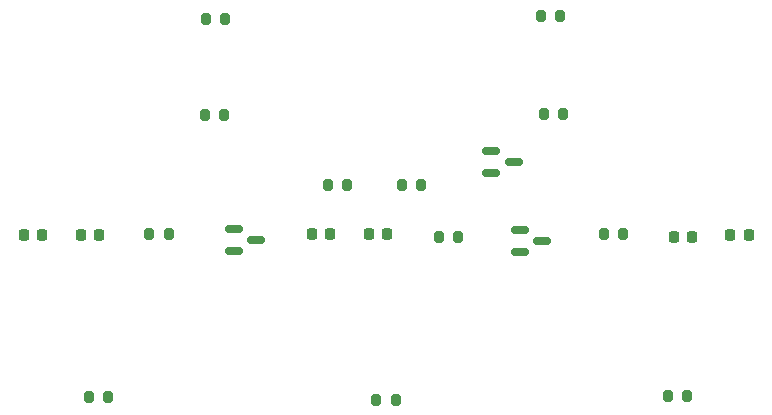
<source format=gbr>
%TF.GenerationSoftware,KiCad,Pcbnew,(7.0.0)*%
%TF.CreationDate,2024-03-24T15:02:48+02:00*%
%TF.ProjectId,MMPCB,4d4d5043-422e-46b6-9963-61645f706362,rev?*%
%TF.SameCoordinates,Original*%
%TF.FileFunction,Paste,Top*%
%TF.FilePolarity,Positive*%
%FSLAX46Y46*%
G04 Gerber Fmt 4.6, Leading zero omitted, Abs format (unit mm)*
G04 Created by KiCad (PCBNEW (7.0.0)) date 2024-03-24 15:02:48*
%MOMM*%
%LPD*%
G01*
G04 APERTURE LIST*
G04 Aperture macros list*
%AMRoundRect*
0 Rectangle with rounded corners*
0 $1 Rounding radius*
0 $2 $3 $4 $5 $6 $7 $8 $9 X,Y pos of 4 corners*
0 Add a 4 corners polygon primitive as box body*
4,1,4,$2,$3,$4,$5,$6,$7,$8,$9,$2,$3,0*
0 Add four circle primitives for the rounded corners*
1,1,$1+$1,$2,$3*
1,1,$1+$1,$4,$5*
1,1,$1+$1,$6,$7*
1,1,$1+$1,$8,$9*
0 Add four rect primitives between the rounded corners*
20,1,$1+$1,$2,$3,$4,$5,0*
20,1,$1+$1,$4,$5,$6,$7,0*
20,1,$1+$1,$6,$7,$8,$9,0*
20,1,$1+$1,$8,$9,$2,$3,0*%
G04 Aperture macros list end*
%ADD10RoundRect,0.200000X-0.200000X-0.275000X0.200000X-0.275000X0.200000X0.275000X-0.200000X0.275000X0*%
%ADD11RoundRect,0.150000X-0.587500X-0.150000X0.587500X-0.150000X0.587500X0.150000X-0.587500X0.150000X0*%
%ADD12RoundRect,0.225000X-0.225000X-0.250000X0.225000X-0.250000X0.225000X0.250000X-0.225000X0.250000X0*%
G04 APERTURE END LIST*
D10*
%TO.C,RS3*%
X168950000Y-133800000D03*
X170600000Y-133800000D03*
%TD*%
%TO.C,RS2*%
X144275000Y-134100000D03*
X145925000Y-134100000D03*
%TD*%
%TO.C,RS1*%
X119950000Y-133900000D03*
X121600000Y-133900000D03*
%TD*%
%TO.C,RB3*%
X163550000Y-120100000D03*
X165200000Y-120100000D03*
%TD*%
%TO.C,RB2*%
X149550000Y-120300000D03*
X151200000Y-120300000D03*
%TD*%
%TO.C,RB1*%
X125050000Y-120100000D03*
X126700000Y-120100000D03*
%TD*%
%TO.C,R6*%
X158450000Y-109900000D03*
X160100000Y-109900000D03*
%TD*%
%TO.C,R5*%
X158200000Y-101600000D03*
X159850000Y-101600000D03*
%TD*%
%TO.C,R4*%
X148100000Y-115900000D03*
X146450000Y-115900000D03*
%TD*%
%TO.C,R3*%
X140150000Y-115900000D03*
X141800000Y-115900000D03*
%TD*%
%TO.C,R2*%
X129850000Y-101900000D03*
X131500000Y-101900000D03*
%TD*%
%TO.C,R1*%
X129750000Y-110000000D03*
X131400000Y-110000000D03*
%TD*%
D11*
%TO.C,Q3*%
X154025000Y-113050000D03*
X154025000Y-114950000D03*
X155900000Y-114000000D03*
%TD*%
%TO.C,Q2*%
X156425000Y-119750000D03*
X156425000Y-121650000D03*
X158300000Y-120700000D03*
%TD*%
%TO.C,Q1*%
X134100000Y-120600000D03*
X132225000Y-121550000D03*
X132225000Y-119650000D03*
%TD*%
D12*
%TO.C,C9*%
X174250000Y-120200000D03*
X175800000Y-120200000D03*
%TD*%
%TO.C,C8*%
X169450000Y-120300000D03*
X171000000Y-120300000D03*
%TD*%
%TO.C,C6*%
X143650000Y-120100000D03*
X145200000Y-120100000D03*
%TD*%
%TO.C,C5*%
X138825000Y-120100000D03*
X140375000Y-120100000D03*
%TD*%
%TO.C,C3*%
X119250000Y-120200000D03*
X120800000Y-120200000D03*
%TD*%
%TO.C,C2*%
X114425000Y-120200000D03*
X115975000Y-120200000D03*
%TD*%
M02*

</source>
